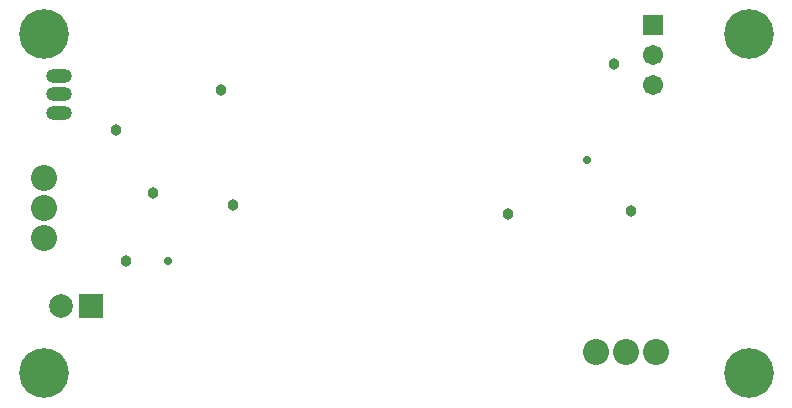
<source format=gbs>
G04 Layer_Color=16711935*
%FSAX24Y24*%
%MOIN*%
G70*
G01*
G75*
%ADD45C,0.0671*%
%ADD46R,0.0671X0.0671*%
%ADD47O,0.0867X0.0474*%
%ADD48O,0.0867X0.0474*%
%ADD49C,0.1655*%
%ADD50C,0.0867*%
%ADD51C,0.0789*%
%ADD52R,0.0789X0.0789*%
%ADD53C,0.0380*%
%ADD54C,0.0280*%
D45*
X021300Y010600D02*
D03*
Y011600D02*
D03*
D46*
Y012600D02*
D03*
D47*
X001500Y010930D02*
D03*
Y010300D02*
D03*
D48*
Y009670D02*
D03*
D49*
X024500Y001000D02*
D03*
X001000D02*
D03*
X024500Y012300D02*
D03*
X001000D02*
D03*
D50*
X019400Y001700D02*
D03*
X020400D02*
D03*
X021400D02*
D03*
X001000Y007500D02*
D03*
Y006500D02*
D03*
Y005500D02*
D03*
D51*
X001580Y003260D02*
D03*
D52*
X002564D02*
D03*
D53*
X020000Y011300D02*
D03*
X020572Y006428D02*
D03*
X016472Y006328D02*
D03*
X003400Y009100D02*
D03*
X003756Y004744D02*
D03*
X007300Y006600D02*
D03*
X006900Y010462D02*
D03*
X004634Y007000D02*
D03*
D54*
X019100Y008100D02*
D03*
X005156Y004744D02*
D03*
M02*

</source>
